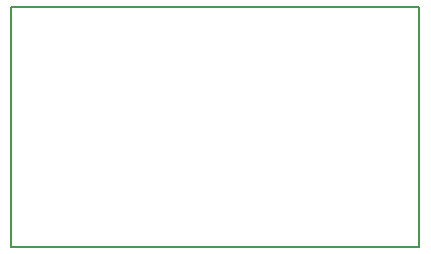
<source format=gbr>
G04 #@! TF.GenerationSoftware,KiCad,Pcbnew,(5.0.1)-3*
G04 #@! TF.CreationDate,2019-07-27T12:32:00+01:00*
G04 #@! TF.ProjectId,UsbToSerial,557362546F53657269616C2E6B696361,rev?*
G04 #@! TF.SameCoordinates,Original*
G04 #@! TF.FileFunction,Profile,NP*
%FSLAX46Y46*%
G04 Gerber Fmt 4.6, Leading zero omitted, Abs format (unit mm)*
G04 Created by KiCad (PCBNEW (5.0.1)-3) date 27/07/2019 12:32:00*
%MOMM*%
%LPD*%
G01*
G04 APERTURE LIST*
%ADD10C,0.200000*%
G04 APERTURE END LIST*
D10*
X78105000Y-90170000D02*
X78105000Y-69850000D01*
X112649000Y-90170000D02*
X78105000Y-90170000D01*
X112649000Y-69850000D02*
X112649000Y-90170000D01*
X78105000Y-69850000D02*
X112649000Y-69850000D01*
M02*

</source>
